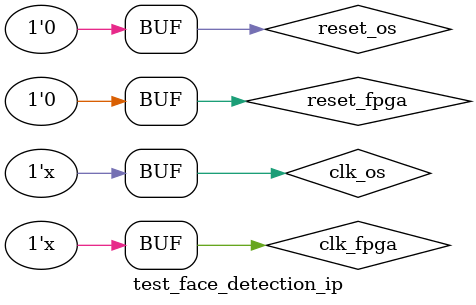
<source format=v>
`timescale 1 ns / 1 ns  //Assume our clock frequency is 100MHz
module test_face_detection_ip;

localparam DATA_WIDTH_12 = 12;
localparam MAX_VAL = 255;

wire pixel_request;
reg clk_os = 0;
reg reset_os = 0;
reg clk_fpga = 0;
reg reset_fpga = 0;
reg [DATA_WIDTH_12-1:0] pixel = 0; // Pixel of the image

/*--------------------------- INITIAL STATEMENT ---------------------------*/
initial
begin
  clk_os = 0;
  clk_fpga = 0;
  #1 
  reset_os <= 1;
  reset_fpga<=1;
  #1 
  reset_os <= 0;
  reset_fpga<=0;
end
/*-----------------------------------------------------------------------*/


/*--------------------------- SEQUENTIAL LOGIC ---------------------------*/
// Clock:
always # 1 clk_os <= ~clk_os;
always # 1 clk_fpga <= ~clk_fpga; 

//Pixel Iteration:
always @(posedge clk_os)
begin
	if(pixel_request)
	begin
	  if(pixel == MAX_VAL)
		pixel <= 0;
	  else
		pixel <= pixel + 1;
	end
end
/*-----------------------------------------------------------------------*/

/*------------------------VERILOG MODULES--------------------------------*/

facial_detection_ip
facial_detection_ip
(
.clk_os(clk_os),
.clk_fpga(clk_fpga),
.reset_os(reset_os),
.reset_fpga(reset_fpga),
.pixel(pixel),
.o_pixel_request(pixel_request)
);
/*-----------------------------------------------------------------------*/

endmodule

</source>
